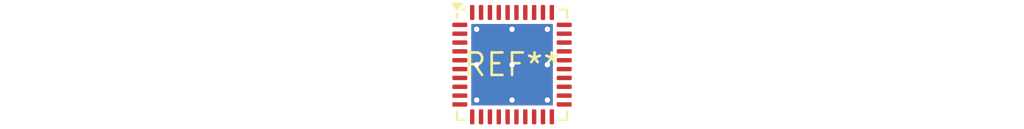
<source format=kicad_pcb>
(kicad_pcb (version 20240108) (generator pcbnew)
  (layers (0 "F.Cu" signal) (31 "B.Cu" signal) (34 "B.Paste" user) (35 "F.Paste" user) (36 "B.SilkS" user "B.Silkscreen") (37 "F.SilkS" user "F.Silkscreen") (38 "B.Mask" user) (39 "F.Mask" user) (44 "Edge.Cuts" user))
  (net 0 "")
  (footprint "LFCSP-40-1EP_6x6mm_P0.5mm_EP4.6x4.6mm_ThermalVias" (layer "F.Cu") (at 0 0)
    (property "Reference" "REF**")
    (property "Value" "LFCSP-40-1EP_6x6mm_P0.5mm_EP4.6x4.6mm_ThermalVias")
    (fp_line (start -3.11 -2.635) (end -3.11 -2.87) (layer "F.SilkS") (stroke (width 0.12)))
    (fp_line (start -3.11 3.11) (end -3.11 2.635) (layer "F.SilkS") (stroke (width 0.12)))
    (fp_line (start -2.635 -3.11) (end -2.81 -3.11) (layer "F.SilkS") (stroke (width 0.12)))
    (fp_line (start -2.635 3.11) (end -3.11 3.11) (layer "F.SilkS") (stroke (width 0.12)))
    (fp_line (start 2.635 -3.11) (end 3.11 -3.11) (layer "F.SilkS") (stroke (width 0.12)))
    (fp_line (start 2.635 3.11) (end 3.11 3.11) (layer "F.SilkS") (stroke (width 0.12)))
    (fp_line (start 3.11 -3.11) (end 3.11 -2.635) (layer "F.SilkS") (stroke (width 0.12)))
    (fp_line (start 3.11 3.11) (end 3.11 2.635) (layer "F.SilkS") (stroke (width 0.12)))
    (fp_poly (pts (xy -3.11 -3.11) (xy -3.35 -3.44) (xy -2.87 -3.44) (xy -3.11 -3.11)) (layer "F.SilkS") (stroke (width 0.12)) (fill solid))
    (pad "1" smd roundrect (at -2.95 -2.25) (size 0.85 0.25) (layers "F.Cu" "F.Paste" "F.Mask"))
    (pad "2" smd roundrect (at -2.95 -1.75) (size 0.85 0.25) (layers "F.Cu" "F.Paste" "F.Mask"))
    (pad "3" smd roundrect (at -2.95 -1.25) (size 0.85 0.25) (layers "F.Cu" "F.Paste" "F.Mask"))
    (pad "4" smd roundrect (at -2.95 -0.75) (size 0.85 0.25) (layers "F.Cu" "F.Paste" "F.Mask"))
    (pad "5" smd roundrect (at -2.95 -0.25) (size 0.85 0.25) (layers "F.Cu" "F.Paste" "F.Mask"))
    (pad "6" smd roundrect (at -2.95 0.25) (size 0.85 0.25) (layers "F.Cu" "F.Paste" "F.Mask"))
    (pad "7" smd roundrect (at -2.95 0.75) (size 0.85 0.25) (layers "F.Cu" "F.Paste" "F.Mask"))
    (pad "8" smd roundrect (at -2.95 1.25) (size 0.85 0.25) (layers "F.Cu" "F.Paste" "F.Mask"))
    (pad "9" smd roundrect (at -2.95 1.75) (size 0.85 0.25) (layers "F.Cu" "F.Paste" "F.Mask"))
    (pad "10" smd roundrect (at -2.95 2.25) (size 0.85 0.25) (layers "F.Cu" "F.Paste" "F.Mask"))
    (pad "11" smd roundrect (at -2.25 2.95) (size 0.25 0.85) (layers "F.Cu" "F.Paste" "F.Mask"))
    (pad "12" smd roundrect (at -1.75 2.95) (size 0.25 0.85) (layers "F.Cu" "F.Paste" "F.Mask"))
    (pad "13" smd roundrect (at -1.25 2.95) (size 0.25 0.85) (layers "F.Cu" "F.Paste" "F.Mask"))
    (pad "14" smd roundrect (at -0.75 2.95) (size 0.25 0.85) (layers "F.Cu" "F.Paste" "F.Mask"))
    (pad "15" smd roundrect (at -0.25 2.95) (size 0.25 0.85) (layers "F.Cu" "F.Paste" "F.Mask"))
    (pad "16" smd roundrect (at 0.25 2.95) (size 0.25 0.85) (layers "F.Cu" "F.Paste" "F.Mask"))
    (pad "17" smd roundrect (at 0.75 2.95) (size 0.25 0.85) (layers "F.Cu" "F.Paste" "F.Mask"))
    (pad "18" smd roundrect (at 1.25 2.95) (size 0.25 0.85) (layers "F.Cu" "F.Paste" "F.Mask"))
    (pad "19" smd roundrect (at 1.75 2.95) (size 0.25 0.85) (layers "F.Cu" "F.Paste" "F.Mask"))
    (pad "20" smd roundrect (at 2.25 2.95) (size 0.25 0.85) (layers "F.Cu" "F.Paste" "F.Mask"))
    (pad "21" smd roundrect (at 2.95 2.25) (size 0.85 0.25) (layers "F.Cu" "F.Paste" "F.Mask"))
    (pad "22" smd roundrect (at 2.95 1.75) (size 0.85 0.25) (layers "F.Cu" "F.Paste" "F.Mask"))
    (pad "23" smd roundrect (at 2.95 1.25) (size 0.85 0.25) (layers "F.Cu" "F.Paste" "F.Mask"))
    (pad "24" smd roundrect (at 2.95 0.75) (size 0.85 0.25) (layers "F.Cu" "F.Paste" "F.Mask"))
    (pad "25" smd roundrect (at 2.95 0.25) (size 0.85 0.25) (layers "F.Cu" "F.Paste" "F.Mask"))
    (pad "26" smd roundrect (at 2.95 -0.25) (size 0.85 0.25) (layers "F.Cu" "F.Paste" "F.Mask"))
    (pad "27" smd roundrect (at 2.95 -0.75) (size 0.85 0.25) (layers "F.Cu" "F.Paste" "F.Mask"))
    (pad "28" smd roundrect (at 2.95 -1.25) (size 0.85 0.25) (layers "F.Cu" "F.Paste" "F.Mask"))
    (pad "29" smd roundrect (at 2.95 -1.75) (size 0.85 0.25) (layers "F.Cu" "F.Paste" "F.Mask"))
    (pad "30" smd roundrect (at 2.95 -2.25) (size 0.85 0.25) (layers "F.Cu" "F.Paste" "F.Mask"))
    (pad "31" smd roundrect (at 2.25 -2.95) (size 0.25 0.85) (layers "F.Cu" "F.Paste" "F.Mask"))
    (pad "32" smd roundrect (at 1.75 -2.95) (size 0.25 0.85) (layers "F.Cu" "F.Paste" "F.Mask"))
    (pad "33" smd roundrect (at 1.25 -2.95) (size 0.25 0.85) (layers "F.Cu" "F.Paste" "F.Mask"))
    (pad "34" smd roundrect (at 0.75 -2.95) (size 0.25 0.85) (layers "F.Cu" "F.Paste" "F.Mask"))
    (pad "35" smd roundrect (at 0.25 -2.95) (size 0.25 0.85) (layers "F.Cu" "F.Paste" "F.Mask"))
    (pad "36" smd roundrect (at -0.25 -2.95) (size 0.25 0.85) (layers "F.Cu" "F.Paste" "F.Mask"))
    (pad "37" smd roundrect (at -0.75 -2.95) (size 0.25 0.85) (layers "F.Cu" "F.Paste" "F.Mask"))
    (pad "38" smd roundrect (at -1.25 -2.95) (size 0.25 0.85) (layers "F.Cu" "F.Paste" "F.Mask"))
    (pad "39" smd roundrect (at -1.75 -2.95) (size 0.25 0.85) (layers "F.Cu" "F.Paste" "F.Mask"))
    (pad "40" smd roundrect (at -2.25 -2.95) (size 0.25 0.85) (layers "F.Cu" "F.Paste" "F.Mask"))
    (pad "41" thru_hole circle (at -2 -2) (size 0.6 0.6) (drill 0.3) (property pad_prop_heatsink) (layers *.Cu) (remove_unused_layers))
    (pad "41" thru_hole circle (at -2 0) (size 0.6 0.6) (drill 0.3) (property pad_prop_heatsink) (layers *.Cu) (remove_unused_layers))
    (pad "41" thru_hole circle (at -2 2) (size 0.6 0.6) (drill 0.3) (property pad_prop_heatsink) (layers *.Cu) (remove_unused_layers))
    (pad "41" thru_hole circle (at 0 -2) (size 0.6 0.6) (drill 0.3) (property pad_prop_heatsink) (layers *.Cu) (remove_unused_layers))
    (pad "41" thru_hole circle (at 0 0) (size 0.6 0.6) (drill 0.3) (property pad_prop_heatsink) (layers *.Cu) (remove_unused_layers))
    (pad "41" smd rect (at 0 0) (size 4.6 4.6) (property pad_prop_heatsink) (layers "F.Cu" "F.Mask"))
    (pad "41" smd rect (at 0 0) (size 4.6 4.6) (property pad_prop_heatsink) (layers "B.Cu"))
    (pad "41" thru_hole circle (at 0 2) (size 0.6 0.6) (drill 0.3) (property pad_prop_heatsink) (layers *.Cu) (remove_unused_layers))
    (pad "41" thru_hole circle (at 2 -2) (size 0.6 0.6) (drill 0.3) (property pad_prop_heatsink) (layers *.Cu) (remove_unused_layers))
    (pad "41" thru_hole circle (at 2 0) (size 0.6 0.6) (drill 0.3) (property pad_prop_heatsink) (layers *.Cu) (remove_unused_layers))
    (pad "41" thru_hole circle (at 2 2) (size 0.6 0.6) (drill 0.3) (property pad_prop_heatsink) (layers *.Cu) (remove_unused_layers))
  )
)
</source>
